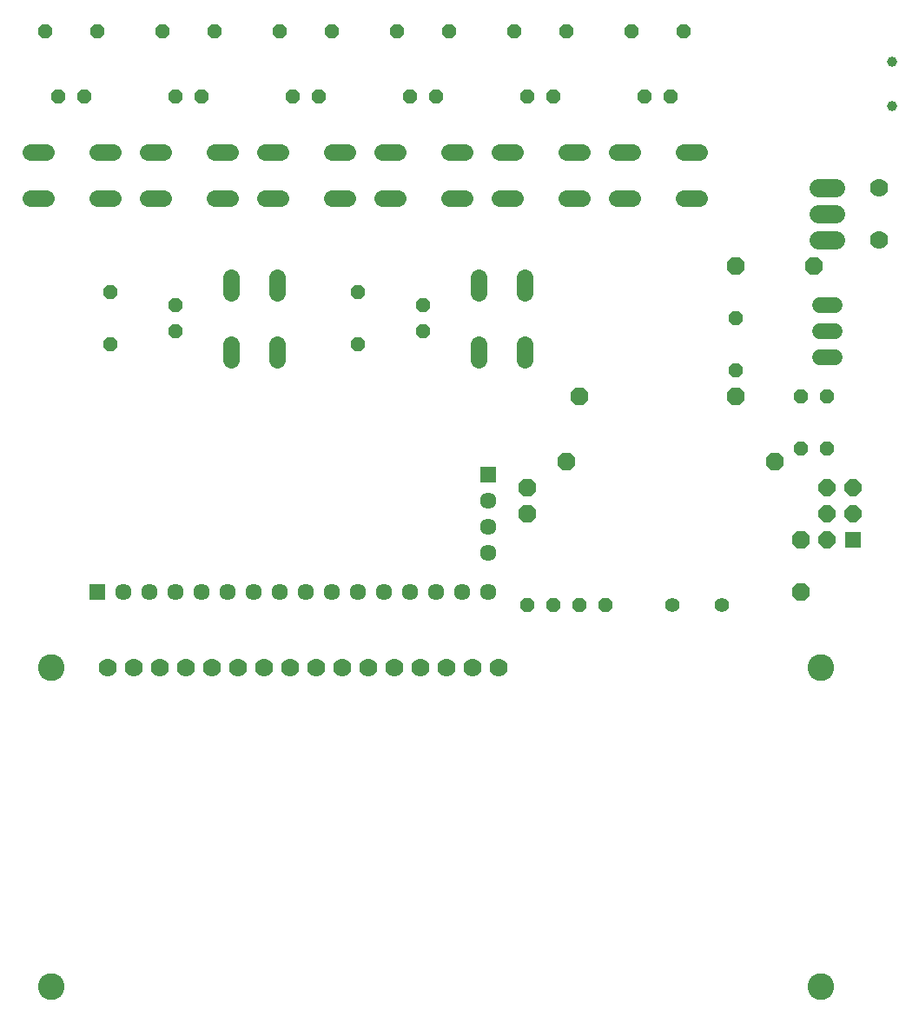
<source format=gbs>
G04 EAGLE Gerber RS-274X export*
G75*
%MOMM*%
%FSLAX34Y34*%
%LPD*%
%INSoldermask Bottom*%
%IPPOS*%
%AMOC8*
5,1,8,0,0,1.08239X$1,22.5*%
G01*
%ADD10C,1.778000*%
%ADD11C,2.601600*%
%ADD12R,1.609600X1.609600*%
%ADD13C,1.609600*%
%ADD14P,1.759533X8X112.500000*%
%ADD15R,1.625600X1.625600*%
%ADD16P,1.539592X8X202.500000*%
%ADD17P,1.539592X8X22.500000*%
%ADD18P,1.539592X8X292.500000*%
%ADD19C,1.001600*%
%ADD20P,1.842011X8X292.500000*%
%ADD21C,1.422400*%
%ADD22P,1.842011X8X22.500000*%
%ADD23C,1.524000*%
%ADD24P,1.842011X8X202.500000*%
%ADD25C,1.751600*%
%ADD26P,1.539592X8X112.500000*%
%ADD27C,1.625600*%


D10*
X124500Y345500D03*
X149900Y345500D03*
X175300Y345500D03*
X200700Y345500D03*
X226100Y345500D03*
X251500Y345500D03*
X276900Y345500D03*
X302300Y345500D03*
X327700Y345500D03*
X353100Y345500D03*
X378500Y345500D03*
X403900Y345500D03*
X429300Y345500D03*
X454700Y345500D03*
X480100Y345500D03*
X505500Y345500D03*
D11*
X69500Y35500D03*
X819500Y35500D03*
X69500Y345500D03*
X819500Y345500D03*
D12*
X114300Y419100D03*
D13*
X139700Y419100D03*
X165100Y419100D03*
X190500Y419100D03*
X215900Y419100D03*
X241300Y419100D03*
X266700Y419100D03*
X292100Y419100D03*
X317500Y419100D03*
X342900Y419100D03*
X368300Y419100D03*
X393700Y419100D03*
X419100Y419100D03*
X444500Y419100D03*
X469900Y419100D03*
X495300Y419100D03*
D12*
X495300Y533400D03*
D13*
X495300Y508000D03*
X495300Y482600D03*
X495300Y457200D03*
D14*
X825500Y469900D03*
X825500Y495300D03*
X825500Y520700D03*
D15*
X850900Y469900D03*
D14*
X850900Y495300D03*
X850900Y520700D03*
D16*
X457200Y965200D03*
X406400Y965200D03*
D17*
X63500Y965200D03*
X114300Y965200D03*
D18*
X368300Y711200D03*
X368300Y660400D03*
X127000Y711200D03*
X127000Y660400D03*
D16*
X228600Y965200D03*
X177800Y965200D03*
X571500Y965200D03*
X520700Y965200D03*
D17*
X292100Y965200D03*
X342900Y965200D03*
D16*
X685800Y965200D03*
X635000Y965200D03*
D19*
X889000Y892400D03*
X889000Y936400D03*
D20*
X533400Y520700D03*
X533400Y495300D03*
D16*
X609600Y406400D03*
X584200Y406400D03*
X558800Y406400D03*
X533400Y406400D03*
D21*
X722630Y406400D03*
X674370Y406400D03*
D22*
X584200Y609600D03*
X736600Y609600D03*
D23*
X818388Y698500D02*
X832612Y698500D01*
X832612Y673100D02*
X818388Y673100D01*
X818388Y647700D02*
X832612Y647700D01*
D24*
X812800Y736600D03*
X736600Y736600D03*
X774700Y546100D03*
X571500Y546100D03*
D25*
X817250Y812800D02*
X833750Y812800D01*
X833750Y787400D02*
X817250Y787400D01*
X817250Y762000D02*
X833750Y762000D01*
D10*
X876300Y812800D03*
X876300Y762000D03*
D20*
X800100Y469900D03*
X800100Y419100D03*
D26*
X736600Y635000D03*
X736600Y685800D03*
D27*
X64008Y848106D02*
X48768Y848106D01*
X48768Y802894D02*
X64008Y802894D01*
X113792Y848106D02*
X129032Y848106D01*
X129032Y802894D02*
X113792Y802894D01*
X163068Y848106D02*
X178308Y848106D01*
X178308Y802894D02*
X163068Y802894D01*
X228092Y848106D02*
X243332Y848106D01*
X243332Y802894D02*
X228092Y802894D01*
X277368Y848106D02*
X292608Y848106D01*
X292608Y802894D02*
X277368Y802894D01*
X342392Y848106D02*
X357632Y848106D01*
X357632Y802894D02*
X342392Y802894D01*
X620268Y848106D02*
X635508Y848106D01*
X635508Y802894D02*
X620268Y802894D01*
X685292Y848106D02*
X700532Y848106D01*
X700532Y802894D02*
X685292Y802894D01*
X521208Y848106D02*
X505968Y848106D01*
X505968Y802894D02*
X521208Y802894D01*
X570992Y848106D02*
X586232Y848106D01*
X586232Y802894D02*
X570992Y802894D01*
X244094Y660908D02*
X244094Y645668D01*
X289306Y645668D02*
X289306Y660908D01*
X244094Y710692D02*
X244094Y725932D01*
X289306Y725932D02*
X289306Y710692D01*
X391668Y848106D02*
X406908Y848106D01*
X406908Y802894D02*
X391668Y802894D01*
X456692Y848106D02*
X471932Y848106D01*
X471932Y802894D02*
X456692Y802894D01*
X485394Y660908D02*
X485394Y645668D01*
X530606Y645668D02*
X530606Y660908D01*
X485394Y710692D02*
X485394Y725932D01*
X530606Y725932D02*
X530606Y710692D01*
D17*
X76200Y901700D03*
X101600Y901700D03*
X190500Y901700D03*
X215900Y901700D03*
X304800Y901700D03*
X330200Y901700D03*
X647700Y901700D03*
X673100Y901700D03*
X533400Y901700D03*
X558800Y901700D03*
D26*
X431800Y673100D03*
X431800Y698500D03*
X190500Y673100D03*
X190500Y698500D03*
D17*
X419100Y901700D03*
X444500Y901700D03*
X800100Y558800D03*
X825500Y558800D03*
X800100Y609600D03*
X825500Y609600D03*
M02*

</source>
